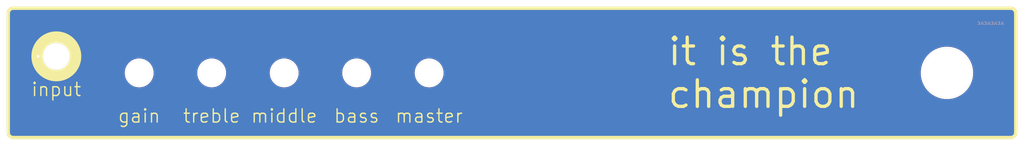
<source format=kicad_pcb>
(kicad_pcb (version 20171130) (host pcbnew 5.1.10-88a1d61d58~90~ubuntu20.04.1)

  (general
    (thickness 1.6)
    (drawings 33)
    (tracks 0)
    (zones 0)
    (modules 1)
    (nets 2)
  )

  (page A4)
  (title_block
    (title "It is the Champion Faceplate")
    (date 2021-08-18)
    (rev 0)
    (comment 1 creativecommons.org/licenses/by/4.0/)
    (comment 2 "License: CC by 4.0")
    (comment 3 "Author: Jordan Aceto")
  )

  (layers
    (0 F.Cu signal)
    (31 B.Cu signal)
    (32 B.Adhes user)
    (33 F.Adhes user)
    (34 B.Paste user)
    (35 F.Paste user)
    (36 B.SilkS user)
    (37 F.SilkS user)
    (38 B.Mask user)
    (39 F.Mask user)
    (40 Dwgs.User user)
    (41 Cmts.User user)
    (42 Eco1.User user)
    (43 Eco2.User user)
    (44 Edge.Cuts user)
    (45 Margin user)
    (46 B.CrtYd user)
    (47 F.CrtYd user)
    (48 B.Fab user hide)
    (49 F.Fab user hide)
  )

  (setup
    (last_trace_width 0.25)
    (trace_clearance 0.2)
    (zone_clearance 0.508)
    (zone_45_only no)
    (trace_min 0.2)
    (via_size 0.8)
    (via_drill 0.4)
    (via_min_size 0.4)
    (via_min_drill 0.3)
    (uvia_size 0.3)
    (uvia_drill 0.1)
    (uvias_allowed no)
    (uvia_min_size 0.2)
    (uvia_min_drill 0.1)
    (edge_width 0.05)
    (segment_width 0.2)
    (pcb_text_width 0.3)
    (pcb_text_size 1.5 1.5)
    (mod_edge_width 0.12)
    (mod_text_size 1 1)
    (mod_text_width 0.15)
    (pad_size 1.524 1.524)
    (pad_drill 0.762)
    (pad_to_mask_clearance 0)
    (aux_axis_origin 0 0)
    (visible_elements FFFFFF7F)
    (pcbplotparams
      (layerselection 0x010fc_ffffffff)
      (usegerberextensions true)
      (usegerberattributes false)
      (usegerberadvancedattributes false)
      (creategerberjobfile false)
      (excludeedgelayer true)
      (linewidth 0.150000)
      (plotframeref false)
      (viasonmask false)
      (mode 1)
      (useauxorigin false)
      (hpglpennumber 1)
      (hpglpenspeed 20)
      (hpglpendiameter 15.000000)
      (psnegative false)
      (psa4output false)
      (plotreference true)
      (plotvalue false)
      (plotinvisibletext false)
      (padsonsilk false)
      (subtractmaskfromsilk true)
      (outputformat 1)
      (mirror false)
      (drillshape 0)
      (scaleselection 1)
      (outputdirectory "../gerbers/"))
  )

  (net 0 "")
  (net 1 GND)

  (net_class Default "This is the default net class."
    (clearance 0.2)
    (trace_width 0.25)
    (via_dia 0.8)
    (via_drill 0.4)
    (uvia_dia 0.3)
    (uvia_drill 0.1)
    (add_net GND)
  )

  (module TestPoint:TestPoint_Keystone_5000-5004_Miniature (layer F.Cu) (tedit 5A0F774F) (tstamp 611D560C)
    (at 12.065 19.05)
    (descr "Keystone Miniature THM Test Point 5000-5004, http://www.keyelco.com/product-pdf.cfm?p=1309")
    (tags "Through Hole Mount Test Points")
    (path /611D17E1)
    (fp_text reference TP1 (at 0 -2.5) (layer F.SilkS) hide
      (effects (font (size 1 1) (thickness 0.15)))
    )
    (fp_text value DUMMY (at 0 2.5) (layer F.Fab)
      (effects (font (size 1 1) (thickness 0.15)))
    )
    (fp_circle (center 0 0) (end 1.4 0) (layer F.SilkS) (width 0.15))
    (fp_circle (center 0 0) (end 1.25 0) (layer F.Fab) (width 0.15))
    (fp_circle (center 0 0) (end 1.65 0) (layer F.CrtYd) (width 0.05))
    (fp_line (start -0.75 0.25) (end -0.75 -0.25) (layer F.Fab) (width 0.15))
    (fp_line (start 0.75 0.25) (end -0.75 0.25) (layer F.Fab) (width 0.15))
    (fp_line (start 0.75 -0.25) (end 0.75 0.25) (layer F.Fab) (width 0.15))
    (fp_line (start -0.75 -0.25) (end 0.75 -0.25) (layer F.Fab) (width 0.15))
    (fp_text user %R (at 0 -2.5) (layer F.Fab)
      (effects (font (size 1 1) (thickness 0.15)))
    )
    (pad 1 thru_hole circle (at 0 0) (size 2 2) (drill 1) (layers *.Cu *.Mask)
      (net 1 GND))
    (model ${KISYS3DMOD}/TestPoint.3dshapes/TestPoint_Keystone_5000-5004_Miniature.wrl
      (at (xyz 0 0 0))
      (scale (xyz 1 1 1))
      (rotate (xyz 0 0 0))
    )
  )

  (gr_circle (center 19.05 19.05) (end 26.455309 19.05) (layer F.SilkS) (width 4.318))
  (gr_text JLCJLCJLCJLC (at 377.19 6.35) (layer B.SilkS)
    (effects (font (size 1 1) (thickness 0.15)) (justify mirror))
  )
  (gr_text "it is the\nchampion" (at 252.73 25.4) (layer F.SilkS)
    (effects (font (size 10.16 10.16) (thickness 1.27)) (justify left))
  )
  (gr_circle (center 50.8 25.4) (end 60.96 25.4) (layer Dwgs.User) (width 0.15))
  (gr_line (start 384.81 50.165) (end 2.54 50.165) (layer F.SilkS) (width 1.27) (tstamp 6113C9D1))
  (gr_line (start 384.81 0.635) (end 2.54 0.635) (layer F.SilkS) (width 1.27) (tstamp 6113C9CA))
  (gr_line (start 386.715 48.26) (end 386.715 2.54) (layer F.SilkS) (width 1.27) (tstamp 6113C9BB))
  (gr_arc (start 384.81 48.26) (end 384.81 50.165) (angle -90) (layer F.SilkS) (width 1.27) (tstamp 6113C9BA))
  (gr_arc (start 384.81 2.54) (end 386.715 2.54) (angle -90) (layer F.SilkS) (width 1.27) (tstamp 6113C9B9))
  (gr_arc (start 2.54 48.26) (end 0.635 48.26) (angle -90) (layer F.SilkS) (width 1.27) (tstamp 6113C997))
  (gr_arc (start 2.54 2.54) (end 2.54 0.635) (angle -90) (layer F.SilkS) (width 1.27))
  (gr_line (start 0.635 2.54) (end 0.635 48.26) (layer F.SilkS) (width 1.27))
  (gr_text master (at 161.925 41.91) (layer F.SilkS) (tstamp 6113C86F)
    (effects (font (size 5.08 5.08) (thickness 0.508)))
  )
  (gr_text bass (at 134.14375 41.91) (layer F.SilkS) (tstamp 6113C86F)
    (effects (font (size 5.08 5.08) (thickness 0.508)))
  )
  (gr_text middle (at 106.3625 41.91) (layer F.SilkS) (tstamp 6113C86F)
    (effects (font (size 5.08 5.08) (thickness 0.508)))
  )
  (gr_text treble (at 78.58125 41.91) (layer F.SilkS) (tstamp 6113C86F)
    (effects (font (size 5.08 5.08) (thickness 0.508)))
  )
  (gr_text gain (at 50.8 41.91) (layer F.SilkS) (tstamp 6113CB04)
    (effects (font (size 5.08 5.08) (thickness 0.508)))
  )
  (gr_text input (at 19.05 31.75) (layer F.SilkS)
    (effects (font (size 5.08 5.08) (thickness 0.508)))
  )
  (gr_circle (center 360.3625 25.4) (end 369.8875 25.4) (layer Edge.Cuts) (width 0.05) (tstamp 6113C77B))
  (gr_circle (center 161.925 25.4) (end 166.9415 25.4) (layer Edge.Cuts) (width 0.05) (tstamp 6113C77B))
  (gr_circle (center 134.14375 25.4) (end 139.16025 25.4) (layer Edge.Cuts) (width 0.05) (tstamp 6113C77B))
  (gr_circle (center 106.3625 25.4) (end 111.379 25.4) (layer Edge.Cuts) (width 0.05) (tstamp 6113C77B))
  (gr_circle (center 78.58125 25.4) (end 83.59775 25.4) (layer Edge.Cuts) (width 0.05) (tstamp 6113C77B))
  (gr_circle (center 50.8 25.4) (end 55.8165 25.4) (layer Edge.Cuts) (width 0.05) (tstamp 6113C1FA))
  (gr_circle (center 19.05 19.05) (end 24.0665 19.05) (layer Edge.Cuts) (width 0.05))
  (gr_arc (start 384.81 2.54) (end 387.35 2.54) (angle -90) (layer Edge.Cuts) (width 0.05) (tstamp 6113C14C))
  (gr_arc (start 384.81 48.26) (end 384.81 50.8) (angle -90) (layer Edge.Cuts) (width 0.05) (tstamp 6113C14C))
  (gr_arc (start 2.54 48.26) (end 0 48.26) (angle -90) (layer Edge.Cuts) (width 0.05) (tstamp 6113C14C))
  (gr_arc (start 2.54 2.54) (end 2.54 0) (angle -90) (layer Edge.Cuts) (width 0.05))
  (gr_line (start 384.81 0) (end 2.54 0) (layer Edge.Cuts) (width 0.05) (tstamp 6113C13F))
  (gr_line (start 387.35 48.26) (end 387.35 2.54) (layer Edge.Cuts) (width 0.05))
  (gr_line (start 2.54 50.8) (end 384.81 50.8) (layer Edge.Cuts) (width 0.05))
  (gr_line (start 0 2.54) (end 0 48.26) (layer Edge.Cuts) (width 0.05))

  (zone (net 0) (net_name "") (layer F.Cu) (tstamp 6113CCB6) (hatch edge 0.508)
    (connect_pads (clearance 0.508))
    (min_thickness 0.254)
    (fill yes (arc_segments 32) (thermal_gap 0.508) (thermal_bridge_width 0.508))
    (polygon
      (pts
        (xy 388.62 52.07) (xy -1.27 52.07) (xy -1.27 -1.27) (xy 388.62 -1.27)
      )
    )
    (filled_polygon
      (pts
        (xy 385.174545 0.698909) (xy 385.525208 0.80478) (xy 385.848625 0.976744) (xy 386.132484 1.208254) (xy 386.365965 1.490486)
        (xy 386.540183 1.812695) (xy 386.648502 2.162614) (xy 386.690001 2.557452) (xy 386.69 48.227721) (xy 386.651091 48.624545)
        (xy 386.54522 48.975206) (xy 386.373257 49.298623) (xy 386.141748 49.582482) (xy 385.859514 49.815965) (xy 385.537304 49.990184)
        (xy 385.187385 50.098502) (xy 384.792557 50.14) (xy 2.572279 50.14) (xy 2.175455 50.101091) (xy 1.824794 49.99522)
        (xy 1.501377 49.823257) (xy 1.217518 49.591748) (xy 0.984035 49.309514) (xy 0.809816 48.987304) (xy 0.701498 48.637385)
        (xy 0.66 48.242557) (xy 0.66 25.4) (xy 45.1035 25.4) (xy 45.195045 26.417149) (xy 45.466738 27.401607)
        (xy 45.909846 28.321731) (xy 46.510128 29.147948) (xy 47.24829 29.853703) (xy 48.100607 30.416312) (xy 49.039685 30.817693)
        (xy 50.03534 31.044945) (xy 51.055573 31.090764) (xy 52.067591 30.953677) (xy 53.038867 30.63809) (xy 53.938185 30.154147)
        (xy 54.736638 29.517401) (xy 55.408565 28.748319) (xy 55.932369 27.871619) (xy 56.291214 26.915479) (xy 56.473568 25.91063)
        (xy 56.473568 25.4) (xy 72.88475 25.4) (xy 72.976295 26.417149) (xy 73.247988 27.401607) (xy 73.691096 28.321731)
        (xy 74.291378 29.147948) (xy 75.02954 29.853703) (xy 75.881857 30.416312) (xy 76.820935 30.817693) (xy 77.81659 31.044945)
        (xy 78.836823 31.090764) (xy 79.848841 30.953677) (xy 80.820117 30.63809) (xy 81.719435 30.154147) (xy 82.517888 29.517401)
        (xy 83.189815 28.748319) (xy 83.713619 27.871619) (xy 84.072464 26.915479) (xy 84.254818 25.91063) (xy 84.254818 25.4)
        (xy 100.666 25.4) (xy 100.757545 26.417149) (xy 101.029238 27.401607) (xy 101.472346 28.321731) (xy 102.072628 29.147948)
        (xy 102.81079 29.853703) (xy 103.663107 30.416312) (xy 104.602185 30.817693) (xy 105.59784 31.044945) (xy 106.618073 31.090764)
        (xy 107.630091 30.953677) (xy 108.601367 30.63809) (xy 109.500685 30.154147) (xy 110.299138 29.517401) (xy 110.971065 28.748319)
        (xy 111.494869 27.871619) (xy 111.853714 26.915479) (xy 112.036068 25.91063) (xy 112.036068 25.4) (xy 128.44725 25.4)
        (xy 128.538795 26.417149) (xy 128.810488 27.401607) (xy 129.253596 28.321731) (xy 129.853878 29.147948) (xy 130.59204 29.853703)
        (xy 131.444357 30.416312) (xy 132.383435 30.817693) (xy 133.37909 31.044945) (xy 134.399323 31.090764) (xy 135.411341 30.953677)
        (xy 136.382617 30.63809) (xy 137.281935 30.154147) (xy 138.080388 29.517401) (xy 138.752315 28.748319) (xy 139.276119 27.871619)
        (xy 139.634964 26.915479) (xy 139.817318 25.91063) (xy 139.817318 25.4) (xy 156.2285 25.4) (xy 156.320045 26.417149)
        (xy 156.591738 27.401607) (xy 157.034846 28.321731) (xy 157.635128 29.147948) (xy 158.37329 29.853703) (xy 159.225607 30.416312)
        (xy 160.164685 30.817693) (xy 161.16034 31.044945) (xy 162.180573 31.090764) (xy 163.192591 30.953677) (xy 164.163867 30.63809)
        (xy 165.063185 30.154147) (xy 165.861638 29.517401) (xy 166.533565 28.748319) (xy 167.057369 27.871619) (xy 167.416214 26.915479)
        (xy 167.598568 25.91063) (xy 167.598568 24.88937) (xy 167.570112 24.732561) (xy 350.17935 24.732561) (xy 350.17935 26.067439)
        (xy 350.353586 27.390897) (xy 350.699078 28.68029) (xy 351.209914 29.913556) (xy 351.877353 31.069594) (xy 352.689975 32.128624)
        (xy 353.633876 33.072525) (xy 354.692906 33.885147) (xy 355.848944 34.552586) (xy 357.08221 35.063422) (xy 358.371603 35.408914)
        (xy 359.695061 35.58315) (xy 361.029939 35.58315) (xy 362.353397 35.408914) (xy 363.64279 35.063422) (xy 364.876056 34.552586)
        (xy 366.032094 33.885147) (xy 367.091124 33.072525) (xy 368.035025 32.128624) (xy 368.847647 31.069594) (xy 369.515086 29.913556)
        (xy 370.025922 28.68029) (xy 370.371414 27.390897) (xy 370.54565 26.067439) (xy 370.54565 24.732561) (xy 370.371414 23.409103)
        (xy 370.025922 22.11971) (xy 369.515086 20.886444) (xy 368.847647 19.730406) (xy 368.035025 18.671376) (xy 367.091124 17.727475)
        (xy 366.032094 16.914853) (xy 364.876056 16.247414) (xy 363.64279 15.736578) (xy 362.353397 15.391086) (xy 361.029939 15.21685)
        (xy 359.695061 15.21685) (xy 358.371603 15.391086) (xy 357.08221 15.736578) (xy 355.848944 16.247414) (xy 354.692906 16.914853)
        (xy 353.633876 17.727475) (xy 352.689975 18.671376) (xy 351.877353 19.730406) (xy 351.209914 20.886444) (xy 350.699078 22.11971)
        (xy 350.353586 23.409103) (xy 350.17935 24.732561) (xy 167.570112 24.732561) (xy 167.416214 23.884521) (xy 167.057369 22.928381)
        (xy 166.533565 22.051681) (xy 165.861638 21.282599) (xy 165.063185 20.645853) (xy 164.163867 20.16191) (xy 163.192591 19.846323)
        (xy 162.180573 19.709236) (xy 161.16034 19.755055) (xy 160.164685 19.982307) (xy 159.225607 20.383688) (xy 158.37329 20.946297)
        (xy 157.635128 21.652052) (xy 157.034846 22.478269) (xy 156.591738 23.398393) (xy 156.320045 24.382851) (xy 156.2285 25.4)
        (xy 139.817318 25.4) (xy 139.817318 24.88937) (xy 139.634964 23.884521) (xy 139.276119 22.928381) (xy 138.752315 22.051681)
        (xy 138.080388 21.282599) (xy 137.281935 20.645853) (xy 136.382617 20.16191) (xy 135.411341 19.846323) (xy 134.399323 19.709236)
        (xy 133.37909 19.755055) (xy 132.383435 19.982307) (xy 131.444357 20.383688) (xy 130.59204 20.946297) (xy 129.853878 21.652052)
        (xy 129.253596 22.478269) (xy 128.810488 23.398393) (xy 128.538795 24.382851) (xy 128.44725 25.4) (xy 112.036068 25.4)
        (xy 112.036068 24.88937) (xy 111.853714 23.884521) (xy 111.494869 22.928381) (xy 110.971065 22.051681) (xy 110.299138 21.282599)
        (xy 109.500685 20.645853) (xy 108.601367 20.16191) (xy 107.630091 19.846323) (xy 106.618073 19.709236) (xy 105.59784 19.755055)
        (xy 104.602185 19.982307) (xy 103.663107 20.383688) (xy 102.81079 20.946297) (xy 102.072628 21.652052) (xy 101.472346 22.478269)
        (xy 101.029238 23.398393) (xy 100.757545 24.382851) (xy 100.666 25.4) (xy 84.254818 25.4) (xy 84.254818 24.88937)
        (xy 84.072464 23.884521) (xy 83.713619 22.928381) (xy 83.189815 22.051681) (xy 82.517888 21.282599) (xy 81.719435 20.645853)
        (xy 80.820117 20.16191) (xy 79.848841 19.846323) (xy 78.836823 19.709236) (xy 77.81659 19.755055) (xy 76.820935 19.982307)
        (xy 75.881857 20.383688) (xy 75.02954 20.946297) (xy 74.291378 21.652052) (xy 73.691096 22.478269) (xy 73.247988 23.398393)
        (xy 72.976295 24.382851) (xy 72.88475 25.4) (xy 56.473568 25.4) (xy 56.473568 24.88937) (xy 56.291214 23.884521)
        (xy 55.932369 22.928381) (xy 55.408565 22.051681) (xy 54.736638 21.282599) (xy 53.938185 20.645853) (xy 53.038867 20.16191)
        (xy 52.067591 19.846323) (xy 51.055573 19.709236) (xy 50.03534 19.755055) (xy 49.039685 19.982307) (xy 48.100607 20.383688)
        (xy 47.24829 20.946297) (xy 46.510128 21.652052) (xy 45.909846 22.478269) (xy 45.466738 23.398393) (xy 45.195045 24.382851)
        (xy 45.1035 25.4) (xy 0.66 25.4) (xy 0.66 18.888967) (xy 10.43 18.888967) (xy 10.43 19.211033)
        (xy 10.492832 19.526912) (xy 10.616082 19.824463) (xy 10.795013 20.092252) (xy 11.022748 20.319987) (xy 11.290537 20.498918)
        (xy 11.588088 20.622168) (xy 11.903967 20.685) (xy 12.226033 20.685) (xy 12.541912 20.622168) (xy 12.839463 20.498918)
        (xy 13.107252 20.319987) (xy 13.334987 20.092252) (xy 13.433971 19.944111) (xy 13.445045 20.067149) (xy 13.716738 21.051607)
        (xy 14.159846 21.971731) (xy 14.760128 22.797948) (xy 15.49829 23.503703) (xy 16.350607 24.066312) (xy 17.289685 24.467693)
        (xy 18.28534 24.694945) (xy 19.305573 24.740764) (xy 20.317591 24.603677) (xy 21.288867 24.28809) (xy 22.188185 23.804147)
        (xy 22.986638 23.167401) (xy 23.658565 22.398319) (xy 24.182369 21.521619) (xy 24.541214 20.565479) (xy 24.723568 19.56063)
        (xy 24.723568 18.53937) (xy 24.541214 17.534521) (xy 24.182369 16.578381) (xy 23.658565 15.701681) (xy 22.986638 14.932599)
        (xy 22.188185 14.295853) (xy 21.288867 13.81191) (xy 20.317591 13.496323) (xy 19.305573 13.359236) (xy 18.28534 13.405055)
        (xy 17.289685 13.632307) (xy 16.350607 14.033688) (xy 15.49829 14.596297) (xy 14.760128 15.302052) (xy 14.159846 16.128269)
        (xy 13.716738 17.048393) (xy 13.445045 18.032851) (xy 13.433971 18.155889) (xy 13.334987 18.007748) (xy 13.107252 17.780013)
        (xy 12.839463 17.601082) (xy 12.541912 17.477832) (xy 12.226033 17.415) (xy 11.903967 17.415) (xy 11.588088 17.477832)
        (xy 11.290537 17.601082) (xy 11.022748 17.780013) (xy 10.795013 18.007748) (xy 10.616082 18.275537) (xy 10.492832 18.573088)
        (xy 10.43 18.888967) (xy 0.66 18.888967) (xy 0.66 2.572279) (xy 0.698909 2.175455) (xy 0.80478 1.824792)
        (xy 0.976744 1.501375) (xy 1.208254 1.217516) (xy 1.490486 0.984035) (xy 1.812695 0.809817) (xy 2.162614 0.701498)
        (xy 2.557443 0.66) (xy 384.777721 0.66)
      )
    )
  )
  (zone (net 0) (net_name "") (layer B.Cu) (tstamp 6113CCB3) (hatch edge 0.508)
    (connect_pads (clearance 0.508))
    (min_thickness 0.254)
    (fill yes (arc_segments 32) (thermal_gap 0.508) (thermal_bridge_width 0.508))
    (polygon
      (pts
        (xy 389.89 53.34) (xy -2.54 53.34) (xy -2.54 -2.54) (xy 389.89 -2.54)
      )
    )
    (filled_polygon
      (pts
        (xy 385.174545 0.698909) (xy 385.525208 0.80478) (xy 385.848625 0.976744) (xy 386.132484 1.208254) (xy 386.365965 1.490486)
        (xy 386.540183 1.812695) (xy 386.648502 2.162614) (xy 386.690001 2.557452) (xy 386.69 48.227721) (xy 386.651091 48.624545)
        (xy 386.54522 48.975206) (xy 386.373257 49.298623) (xy 386.141748 49.582482) (xy 385.859514 49.815965) (xy 385.537304 49.990184)
        (xy 385.187385 50.098502) (xy 384.792557 50.14) (xy 2.572279 50.14) (xy 2.175455 50.101091) (xy 1.824794 49.99522)
        (xy 1.501377 49.823257) (xy 1.217518 49.591748) (xy 0.984035 49.309514) (xy 0.809816 48.987304) (xy 0.701498 48.637385)
        (xy 0.66 48.242557) (xy 0.66 25.4) (xy 45.1035 25.4) (xy 45.195045 26.417149) (xy 45.466738 27.401607)
        (xy 45.909846 28.321731) (xy 46.510128 29.147948) (xy 47.24829 29.853703) (xy 48.100607 30.416312) (xy 49.039685 30.817693)
        (xy 50.03534 31.044945) (xy 51.055573 31.090764) (xy 52.067591 30.953677) (xy 53.038867 30.63809) (xy 53.938185 30.154147)
        (xy 54.736638 29.517401) (xy 55.408565 28.748319) (xy 55.932369 27.871619) (xy 56.291214 26.915479) (xy 56.473568 25.91063)
        (xy 56.473568 25.4) (xy 72.88475 25.4) (xy 72.976295 26.417149) (xy 73.247988 27.401607) (xy 73.691096 28.321731)
        (xy 74.291378 29.147948) (xy 75.02954 29.853703) (xy 75.881857 30.416312) (xy 76.820935 30.817693) (xy 77.81659 31.044945)
        (xy 78.836823 31.090764) (xy 79.848841 30.953677) (xy 80.820117 30.63809) (xy 81.719435 30.154147) (xy 82.517888 29.517401)
        (xy 83.189815 28.748319) (xy 83.713619 27.871619) (xy 84.072464 26.915479) (xy 84.254818 25.91063) (xy 84.254818 25.4)
        (xy 100.666 25.4) (xy 100.757545 26.417149) (xy 101.029238 27.401607) (xy 101.472346 28.321731) (xy 102.072628 29.147948)
        (xy 102.81079 29.853703) (xy 103.663107 30.416312) (xy 104.602185 30.817693) (xy 105.59784 31.044945) (xy 106.618073 31.090764)
        (xy 107.630091 30.953677) (xy 108.601367 30.63809) (xy 109.500685 30.154147) (xy 110.299138 29.517401) (xy 110.971065 28.748319)
        (xy 111.494869 27.871619) (xy 111.853714 26.915479) (xy 112.036068 25.91063) (xy 112.036068 25.4) (xy 128.44725 25.4)
        (xy 128.538795 26.417149) (xy 128.810488 27.401607) (xy 129.253596 28.321731) (xy 129.853878 29.147948) (xy 130.59204 29.853703)
        (xy 131.444357 30.416312) (xy 132.383435 30.817693) (xy 133.37909 31.044945) (xy 134.399323 31.090764) (xy 135.411341 30.953677)
        (xy 136.382617 30.63809) (xy 137.281935 30.154147) (xy 138.080388 29.517401) (xy 138.752315 28.748319) (xy 139.276119 27.871619)
        (xy 139.634964 26.915479) (xy 139.817318 25.91063) (xy 139.817318 25.4) (xy 156.2285 25.4) (xy 156.320045 26.417149)
        (xy 156.591738 27.401607) (xy 157.034846 28.321731) (xy 157.635128 29.147948) (xy 158.37329 29.853703) (xy 159.225607 30.416312)
        (xy 160.164685 30.817693) (xy 161.16034 31.044945) (xy 162.180573 31.090764) (xy 163.192591 30.953677) (xy 164.163867 30.63809)
        (xy 165.063185 30.154147) (xy 165.861638 29.517401) (xy 166.533565 28.748319) (xy 167.057369 27.871619) (xy 167.416214 26.915479)
        (xy 167.598568 25.91063) (xy 167.598568 24.88937) (xy 167.570112 24.732561) (xy 350.17935 24.732561) (xy 350.17935 26.067439)
        (xy 350.353586 27.390897) (xy 350.699078 28.68029) (xy 351.209914 29.913556) (xy 351.877353 31.069594) (xy 352.689975 32.128624)
        (xy 353.633876 33.072525) (xy 354.692906 33.885147) (xy 355.848944 34.552586) (xy 357.08221 35.063422) (xy 358.371603 35.408914)
        (xy 359.695061 35.58315) (xy 361.029939 35.58315) (xy 362.353397 35.408914) (xy 363.64279 35.063422) (xy 364.876056 34.552586)
        (xy 366.032094 33.885147) (xy 367.091124 33.072525) (xy 368.035025 32.128624) (xy 368.847647 31.069594) (xy 369.515086 29.913556)
        (xy 370.025922 28.68029) (xy 370.371414 27.390897) (xy 370.54565 26.067439) (xy 370.54565 24.732561) (xy 370.371414 23.409103)
        (xy 370.025922 22.11971) (xy 369.515086 20.886444) (xy 368.847647 19.730406) (xy 368.035025 18.671376) (xy 367.091124 17.727475)
        (xy 366.032094 16.914853) (xy 364.876056 16.247414) (xy 363.64279 15.736578) (xy 362.353397 15.391086) (xy 361.029939 15.21685)
        (xy 359.695061 15.21685) (xy 358.371603 15.391086) (xy 357.08221 15.736578) (xy 355.848944 16.247414) (xy 354.692906 16.914853)
        (xy 353.633876 17.727475) (xy 352.689975 18.671376) (xy 351.877353 19.730406) (xy 351.209914 20.886444) (xy 350.699078 22.11971)
        (xy 350.353586 23.409103) (xy 350.17935 24.732561) (xy 167.570112 24.732561) (xy 167.416214 23.884521) (xy 167.057369 22.928381)
        (xy 166.533565 22.051681) (xy 165.861638 21.282599) (xy 165.063185 20.645853) (xy 164.163867 20.16191) (xy 163.192591 19.846323)
        (xy 162.180573 19.709236) (xy 161.16034 19.755055) (xy 160.164685 19.982307) (xy 159.225607 20.383688) (xy 158.37329 20.946297)
        (xy 157.635128 21.652052) (xy 157.034846 22.478269) (xy 156.591738 23.398393) (xy 156.320045 24.382851) (xy 156.2285 25.4)
        (xy 139.817318 25.4) (xy 139.817318 24.88937) (xy 139.634964 23.884521) (xy 139.276119 22.928381) (xy 138.752315 22.051681)
        (xy 138.080388 21.282599) (xy 137.281935 20.645853) (xy 136.382617 20.16191) (xy 135.411341 19.846323) (xy 134.399323 19.709236)
        (xy 133.37909 19.755055) (xy 132.383435 19.982307) (xy 131.444357 20.383688) (xy 130.59204 20.946297) (xy 129.853878 21.652052)
        (xy 129.253596 22.478269) (xy 128.810488 23.398393) (xy 128.538795 24.382851) (xy 128.44725 25.4) (xy 112.036068 25.4)
        (xy 112.036068 24.88937) (xy 111.853714 23.884521) (xy 111.494869 22.928381) (xy 110.971065 22.051681) (xy 110.299138 21.282599)
        (xy 109.500685 20.645853) (xy 108.601367 20.16191) (xy 107.630091 19.846323) (xy 106.618073 19.709236) (xy 105.59784 19.755055)
        (xy 104.602185 19.982307) (xy 103.663107 20.383688) (xy 102.81079 20.946297) (xy 102.072628 21.652052) (xy 101.472346 22.478269)
        (xy 101.029238 23.398393) (xy 100.757545 24.382851) (xy 100.666 25.4) (xy 84.254818 25.4) (xy 84.254818 24.88937)
        (xy 84.072464 23.884521) (xy 83.713619 22.928381) (xy 83.189815 22.051681) (xy 82.517888 21.282599) (xy 81.719435 20.645853)
        (xy 80.820117 20.16191) (xy 79.848841 19.846323) (xy 78.836823 19.709236) (xy 77.81659 19.755055) (xy 76.820935 19.982307)
        (xy 75.881857 20.383688) (xy 75.02954 20.946297) (xy 74.291378 21.652052) (xy 73.691096 22.478269) (xy 73.247988 23.398393)
        (xy 72.976295 24.382851) (xy 72.88475 25.4) (xy 56.473568 25.4) (xy 56.473568 24.88937) (xy 56.291214 23.884521)
        (xy 55.932369 22.928381) (xy 55.408565 22.051681) (xy 54.736638 21.282599) (xy 53.938185 20.645853) (xy 53.038867 20.16191)
        (xy 52.067591 19.846323) (xy 51.055573 19.709236) (xy 50.03534 19.755055) (xy 49.039685 19.982307) (xy 48.100607 20.383688)
        (xy 47.24829 20.946297) (xy 46.510128 21.652052) (xy 45.909846 22.478269) (xy 45.466738 23.398393) (xy 45.195045 24.382851)
        (xy 45.1035 25.4) (xy 0.66 25.4) (xy 0.66 18.888967) (xy 10.43 18.888967) (xy 10.43 19.211033)
        (xy 10.492832 19.526912) (xy 10.616082 19.824463) (xy 10.795013 20.092252) (xy 11.022748 20.319987) (xy 11.290537 20.498918)
        (xy 11.588088 20.622168) (xy 11.903967 20.685) (xy 12.226033 20.685) (xy 12.541912 20.622168) (xy 12.839463 20.498918)
        (xy 13.107252 20.319987) (xy 13.334987 20.092252) (xy 13.433971 19.944111) (xy 13.445045 20.067149) (xy 13.716738 21.051607)
        (xy 14.159846 21.971731) (xy 14.760128 22.797948) (xy 15.49829 23.503703) (xy 16.350607 24.066312) (xy 17.289685 24.467693)
        (xy 18.28534 24.694945) (xy 19.305573 24.740764) (xy 20.317591 24.603677) (xy 21.288867 24.28809) (xy 22.188185 23.804147)
        (xy 22.986638 23.167401) (xy 23.658565 22.398319) (xy 24.182369 21.521619) (xy 24.541214 20.565479) (xy 24.723568 19.56063)
        (xy 24.723568 18.53937) (xy 24.541214 17.534521) (xy 24.182369 16.578381) (xy 23.658565 15.701681) (xy 22.986638 14.932599)
        (xy 22.188185 14.295853) (xy 21.288867 13.81191) (xy 20.317591 13.496323) (xy 19.305573 13.359236) (xy 18.28534 13.405055)
        (xy 17.289685 13.632307) (xy 16.350607 14.033688) (xy 15.49829 14.596297) (xy 14.760128 15.302052) (xy 14.159846 16.128269)
        (xy 13.716738 17.048393) (xy 13.445045 18.032851) (xy 13.433971 18.155889) (xy 13.334987 18.007748) (xy 13.107252 17.780013)
        (xy 12.839463 17.601082) (xy 12.541912 17.477832) (xy 12.226033 17.415) (xy 11.903967 17.415) (xy 11.588088 17.477832)
        (xy 11.290537 17.601082) (xy 11.022748 17.780013) (xy 10.795013 18.007748) (xy 10.616082 18.275537) (xy 10.492832 18.573088)
        (xy 10.43 18.888967) (xy 0.66 18.888967) (xy 0.66 2.572279) (xy 0.698909 2.175455) (xy 0.80478 1.824792)
        (xy 0.976744 1.501375) (xy 1.208254 1.217516) (xy 1.490486 0.984035) (xy 1.812695 0.809817) (xy 2.162614 0.701498)
        (xy 2.557443 0.66) (xy 384.777721 0.66)
      )
    )
  )
)

</source>
